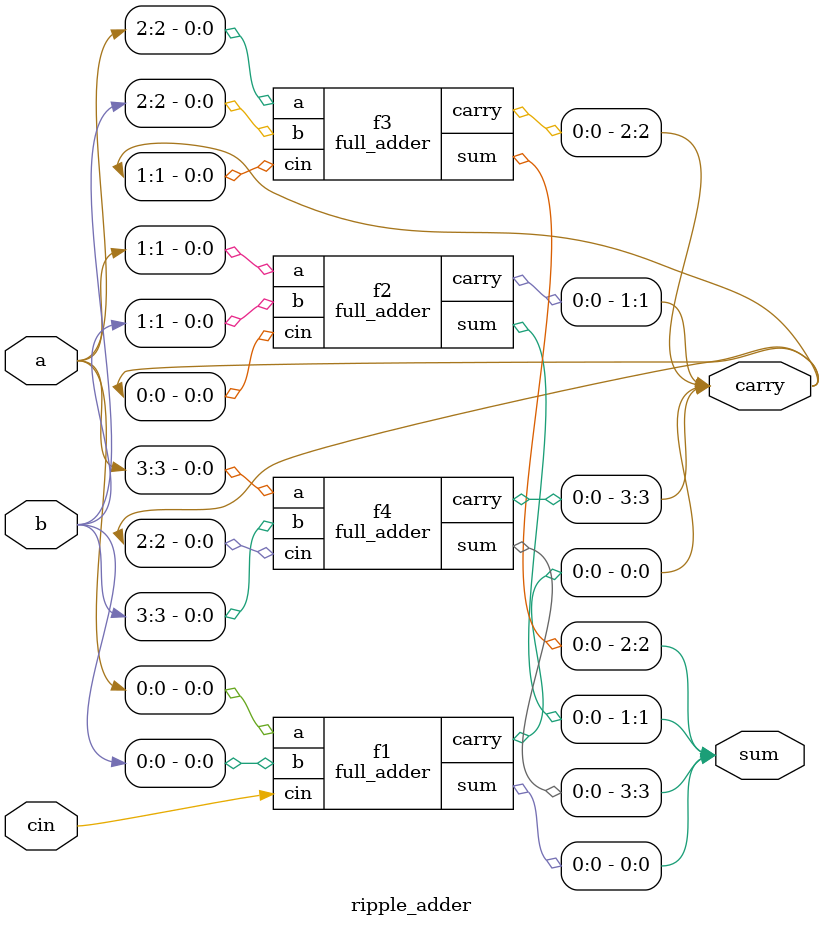
<source format=v>
module full_adder(
input a,b,
input cin,
output sum,carry
);

assign sum = a^b^cin;
assign carry = (a&b)|(a&cin)|(b&cin);

endmodule

module ripple_adder(
input [3:0] a,b,
input cin,
output [3:0] sum,carry
);

full_adder f1(a[0],b[0],cin,sum[0],carry[0]);
full_adder f2(a[1],b[1],carry[0],sum[1],carry[1]);
full_adder f3(a[2],b[2],carry[1],sum[2],carry[2]);
full_adder f4(a[3],b[3],carry[2],sum[3],carry[3]);

endmodule

</source>
